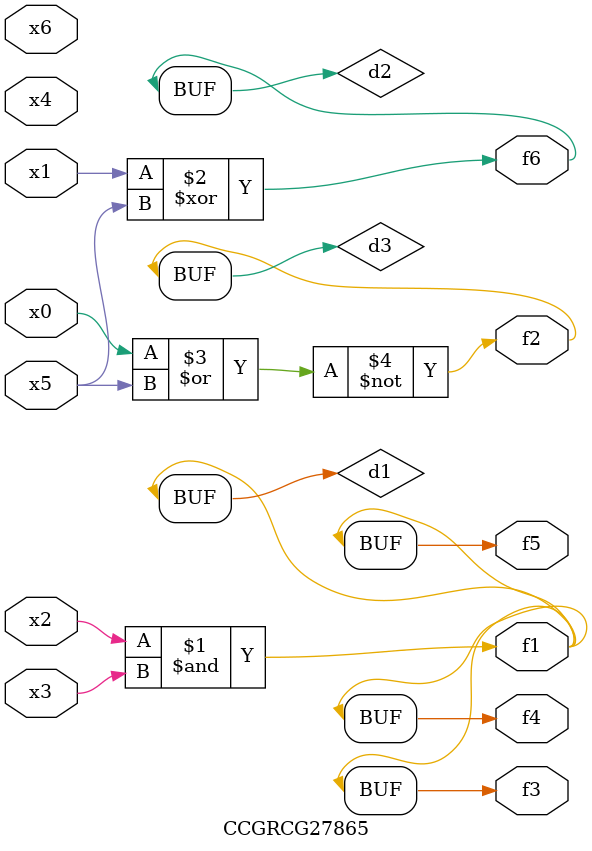
<source format=v>
module CCGRCG27865(
	input x0, x1, x2, x3, x4, x5, x6,
	output f1, f2, f3, f4, f5, f6
);

	wire d1, d2, d3;

	and (d1, x2, x3);
	xor (d2, x1, x5);
	nor (d3, x0, x5);
	assign f1 = d1;
	assign f2 = d3;
	assign f3 = d1;
	assign f4 = d1;
	assign f5 = d1;
	assign f6 = d2;
endmodule

</source>
